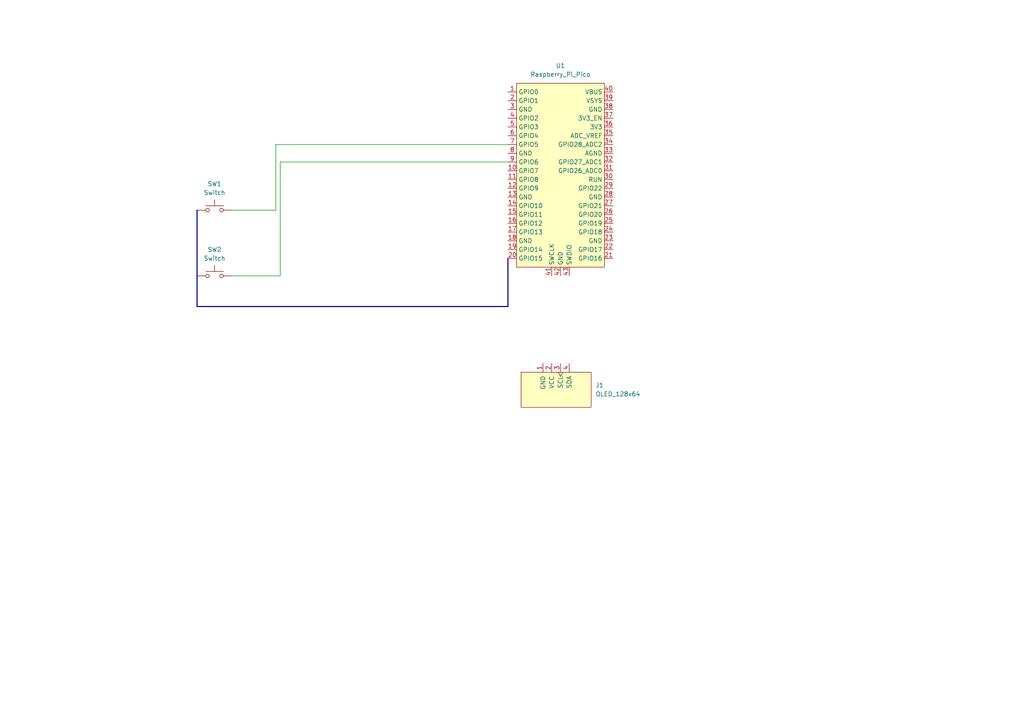
<source format=kicad_sch>
(kicad_sch (version 20230121) (generator eeschema)
  (paper "A4")
  (lib_symbols
    (symbol "ScottoKeebs:MCU_Raspberry_Pi_Pico"
      (property "Reference" "U" (at 0 0 0))
      (property "Value" "Raspberry_Pi_Pico" (at 0 27.94 0))
      (symbol "MCU_Raspberry_Pi_Pico_0_1"
        (rectangle (start -12.7 26.67) (end 12.7 -26.67) (fill (type background)))
      )
      (symbol "MCU_Raspberry_Pi_Pico_1_1"
        (pin bidirectional line (at -15.24 24.13 0) (length 2.54) (name "GPIO0") (number "1"))
        (pin bidirectional line (at -15.24 1.27 0) (length 2.54) (name "GPIO7") (number "10"))
        (pin bidirectional line (at -15.24 -1.27 0) (length 2.54) (name "GPIO8") (number "11"))
        (pin bidirectional line (at -15.24 -3.81 0) (length 2.54) (name "GPIO9") (number "12"))
        (pin power_in line (at -15.24 -6.35 0) (length 2.54) (name "GND") (number "13"))
        (pin bidirectional line (at -15.24 -8.89 0) (length 2.54) (name "GPIO10") (number "14"))
        (pin bidirectional line (at -15.24 -11.43 0) (length 2.54) (name "GPIO11") (number "15"))
        (pin bidirectional line (at -15.24 -13.97 0) (length 2.54) (name "GPIO12") (number "16"))
        (pin bidirectional line (at -15.24 -16.51 0) (length 2.54) (name "GPIO13") (number "17"))
        (pin power_in line (at -15.24 -19.05 0) (length 2.54) (name "GND") (number "18"))
        (pin bidirectional line (at -15.24 -21.59 0) (length 2.54) (name "GPIO14") (number "19"))
        (pin bidirectional line (at -15.24 21.59 0) (length 2.54) (name "GPIO1") (number "2"))
        (pin bidirectional line (at -15.24 -24.13 0) (length 2.54) (name "GPIO15") (number "20"))
        (pin bidirectional line (at 15.24 -24.13 180) (length 2.54) (name "GPIO16") (number "21"))
        (pin bidirectional line (at 15.24 -21.59 180) (length 2.54) (name "GPIO17") (number "22"))
        (pin power_in line (at 15.24 -19.05 180) (length 2.54) (name "GND") (number "23"))
        (pin bidirectional line (at 15.24 -16.51 180) (length 2.54) (name "GPIO18") (number "24"))
        (pin bidirectional line (at 15.24 -13.97 180) (length 2.54) (name "GPIO19") (number "25"))
        (pin bidirectional line (at 15.24 -11.43 180) (length 2.54) (name "GPIO20") (number "26"))
        (pin bidirectional line (at 15.24 -8.89 180) (length 2.54) (name "GPIO21") (number "27"))
        (pin power_in line (at 15.24 -6.35 180) (length 2.54) (name "GND") (number "28"))
        (pin bidirectional line (at 15.24 -3.81 180) (length 2.54) (name "GPIO22") (number "29"))
        (pin power_in line (at -15.24 19.05 0) (length 2.54) (name "GND") (number "3"))
        (pin input line (at 15.24 -1.27 180) (length 2.54) (name "RUN") (number "30"))
        (pin bidirectional line (at 15.24 1.27 180) (length 2.54) (name "GPIO26_ADC0") (number "31"))
        (pin bidirectional line (at 15.24 3.81 180) (length 2.54) (name "GPIO27_ADC1") (number "32"))
        (pin power_in line (at 15.24 6.35 180) (length 2.54) (name "AGND") (number "33"))
        (pin bidirectional line (at 15.24 8.89 180) (length 2.54) (name "GPIO28_ADC2") (number "34"))
        (pin power_in line (at 15.24 11.43 180) (length 2.54) (name "ADC_VREF") (number "35"))
        (pin power_in line (at 15.24 13.97 180) (length 2.54) (name "3V3") (number "36"))
        (pin input line (at 15.24 16.51 180) (length 2.54) (name "3V3_EN") (number "37"))
        (pin bidirectional line (at 15.24 19.05 180) (length 2.54) (name "GND") (number "38"))
        (pin power_in line (at 15.24 21.59 180) (length 2.54) (name "VSYS") (number "39"))
        (pin bidirectional line (at -15.24 16.51 0) (length 2.54) (name "GPIO2") (number "4"))
        (pin power_in line (at 15.24 24.13 180) (length 2.54) (name "VBUS") (number "40"))
        (pin input line (at -2.54 -29.21 90) (length 2.54) (name "SWCLK") (number "41"))
        (pin power_in line (at 0 -29.21 90) (length 2.54) (name "GND") (number "42"))
        (pin bidirectional line (at 2.54 -29.21 90) (length 2.54) (name "SWDIO") (number "43"))
        (pin bidirectional line (at -15.24 13.97 0) (length 2.54) (name "GPIO3") (number "5"))
        (pin bidirectional line (at -15.24 11.43 0) (length 2.54) (name "GPIO4") (number "6"))
        (pin bidirectional line (at -15.24 8.89 0) (length 2.54) (name "GPIO5") (number "7"))
        (pin power_in line (at -15.24 6.35 0) (length 2.54) (name "GND") (number "8"))
        (pin bidirectional line (at -15.24 3.81 0) (length 2.54) (name "GPIO6") (number "9"))
      )
    )
    (symbol "ScottoKeebs:OLED_128x64" (pin_names (offset 1.016))
      (property "Reference" "J" (at 0 -11.43 0))
      (property "Value" "OLED_128x64" (at 0 -7.62 0))
      (symbol "OLED_128x64_0_1"
        (rectangle (start 10.16 -10.16) (end -10.16 0) (fill (type background)))
      )
      (symbol "OLED_128x64_1_1"
        (pin power_in line (at -3.81 2.54 270) (length 2.54) (name "GND") (number "1"))
        (pin power_in line (at -1.27 2.54 270) (length 2.54) (name "VCC") (number "2"))
        (pin input clock (at 1.27 2.54 270) (length 2.54) (name "SCL") (number "3"))
        (pin bidirectional line (at 3.81 2.54 270) (length 2.54) (name "SDA") (number "4"))
      )
    )
    (symbol "ScottoKeebs:Placeholder_Switch" (pin_numbers hide) (pin_names (offset 1.016) hide)
      (property "Reference" "SW" (at 1.27 2.54 0))
      (property "Value" "Switch" (at 0 -1.524 0))
      (symbol "Placeholder_Switch_0_1"
        (circle (center -2.032 0) (radius 0.508))
        (polyline (pts (xy 0 1.27) (xy 0 3.048)))
        (polyline (pts (xy 2.54 1.27) (xy -2.54 1.27)))
        (circle (center 2.032 0) (radius 0.508))
        (pin passive line (at -5.08 0 0) (length 2.54) (name "1") (number "1"))
        (pin passive line (at 5.08 0 180) (length 2.54) (name "2") (number "2"))
      )
    )
  )
  (wire (pts (xy 81.28 80.01) (xy 81.28 46.99)))
  (wire (pts (xy 67.31 80.01) (xy 81.28 80.01)))
  (wire (pts (xy 81.28 46.99) (xy 147.32 46.99)))
  (wire (pts (xy 80.01 60.96) (xy 80.01 41.91)))
  (bus (pts (xy 57.15 88.9) (xy 147.32 88.9)))
  (bus (pts (xy 147.32 74.93) (xy 147.32 88.9)))
  (bus (pts (xy 57.15 60.96) (xy 57.15 88.9)))
  (wire (pts (xy 80.01 41.91) (xy 147.32 41.91)))
  (wire (pts (xy 67.31 60.96) (xy 80.01 60.96)))
  (symbol (lib_id "ScottoKeebs:MCU_Raspberry_Pi_Pico") (at 162.56 50.8 0) (unit 1)
    (property "Reference" "U1" (at 162.56 19.05 0))
    (property "Value" "Raspberry_Pi_Pico" (at 162.56 21.59 0))
    (property "Footprint" "ScottoKeebs_MCU:Raspberry_Pi_Pico" (effects hide))
  )
  (symbol (lib_id "ScottoKeebs:Placeholder_Switch") (at 62.23 60.96 0) (unit 1)
    (property "Reference" "SW1" (at 62.23 53.34 0))
    (property "Value" "Switch" (at 62.23 55.88 0))
  )
  (symbol (lib_id "ScottoKeebs:OLED_128x64") (at 161.29 107.95 0) (unit 1)
    (property "Reference" "J1" (at 172.72 111.76 0) (effects (justify left)))
    (property "Value" "OLED_128x64" (at 172.72 114.3 0) (effects (justify left)))
    (property "Footprint" "ScottoKeebs_Components:OLED_128x64" (effects hide))
  )
  (symbol (lib_id "ScottoKeebs:Placeholder_Switch") (at 62.23 80.01 0) (unit 1)
    (property "Reference" "SW2" (at 62.23 72.39 0))
    (property "Value" "Switch" (at 62.23 74.93 0))
  )
)
</source>
